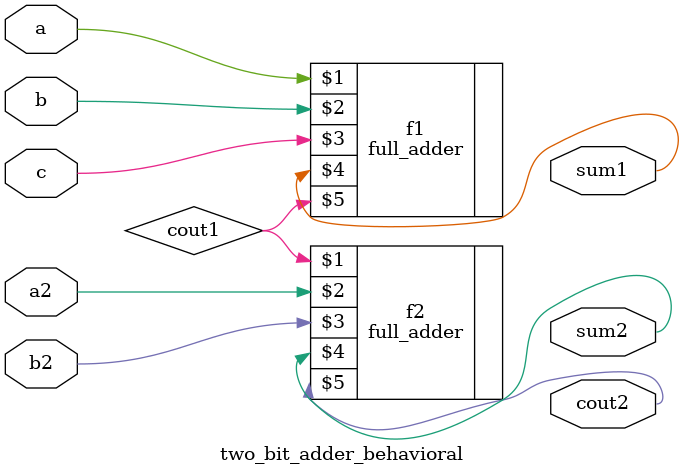
<source format=sv>
`timescale 1ns / 1ps


module two_bit_adder_behavioral(
    input logic a,
    input logic b,
    input logic c,
    input logic a2,
    input logic b2,
    output logic sum1,
    output logic cout2,
    output logic sum2
    );
    
logic cout1;
full_adder f1(a,b,c,sum1,cout1);
full_adder f2(cout1,a2,b2,sum2,cout2);                    

endmodule

</source>
